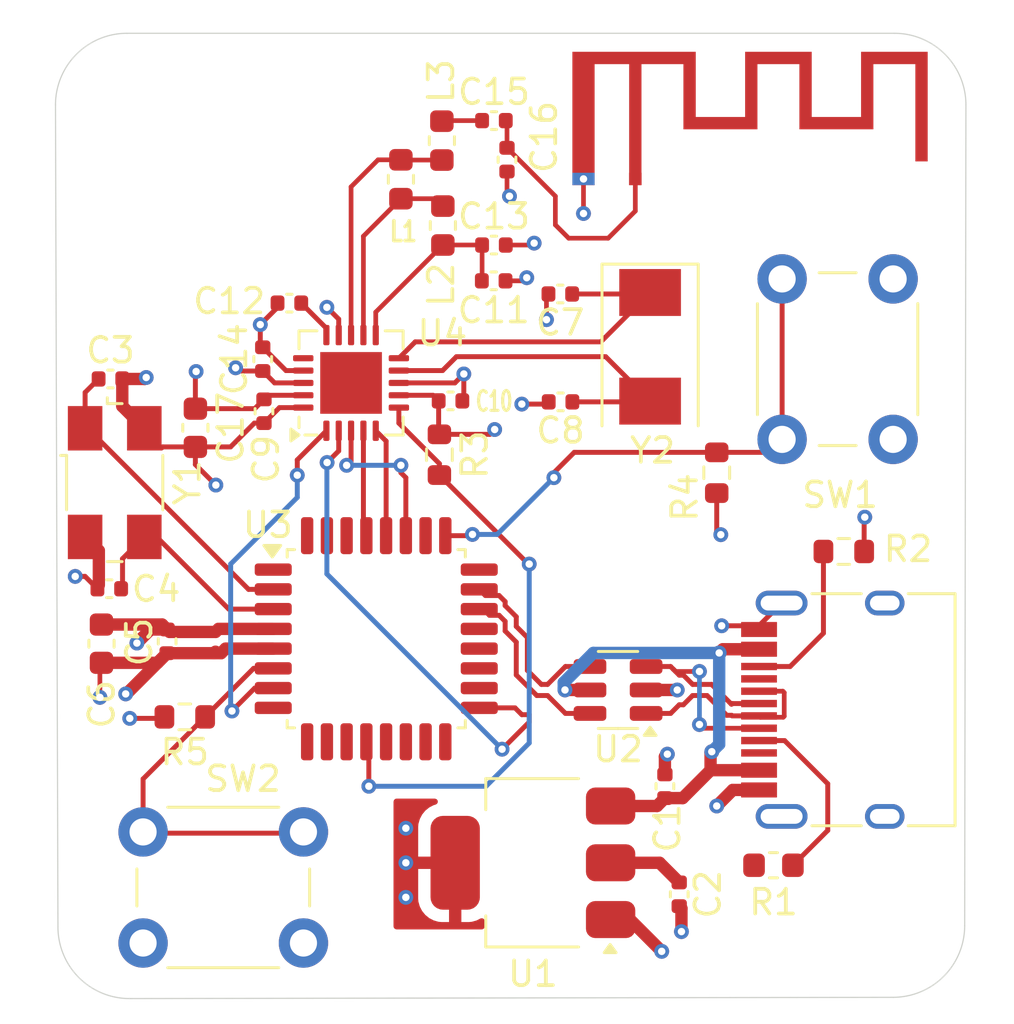
<source format=kicad_pcb>
(kicad_pcb (version 20240108) (generator "pcbnew") (generator_version "8.0")
  (layers (0 "F.Cu" signal) (1 "In1.Cu" signal) (2 "In2.Cu" signal) (31 "B.Cu" signal) (34 "B.Paste" user) (35 "F.Paste" user) (36 "B.SilkS" user "B.Silkscreen") (37 "F.SilkS" user "F.Silkscreen") (38 "B.Mask" user) (39 "F.Mask" user) (44 "Edge.Cuts" user))
  (net 0 "")
  (net 1 "GND")
  (net 2 "/ANT_Conn")
  (net 3 "VBUS")
  (net 4 "+3.3V")
  (net 5 "/VDD_PA")
  (net 6 "/XC1")
  (net 7 "/XC2")
  (net 8 "/CC1")
  (net 9 "/CC2")
  (net 10 "/USB_Conn_D+")
  (net 11 "/ANT2")
  (net 12 "/ANT1")
  (net 13 "/nRF_IRQ")
  (net 14 "/USB_D-")
  (net 15 "/USB_D+")
  (net 16 "/nRF_CE")
  (net 17 "/SPI_SS")
  (net 18 "/SPI_SCK")
  (net 19 "/SPI_MOSI")
  (net 20 "/SPI_MISO")
  (net 21 "/HSE_OUT")
  (net 22 "/HSE_IN")
  (net 23 "/BOOT0")
  (net 24 "/NRST")
  (net 44 "/USB_Conn_D-")
  (net 45 "/to_ANT_Conn")
  (footprint "Package_QFP:LQFP-32_7x7mm_P0.8mm" (layer "F.Cu") (at 130.7 78.225)
    (property "Reference" "U3")
    (property "Value" "STM32G0B0KETx")
  )
  (footprint "Resistor_SMD:R_0603_1608Metric" (layer "F.Cu") (at 144.5 71.5 90)
    (property "Reference" "R4")
    (property "Value" "10k")
  )
  (footprint "MountingHole:MountingHole_2.2mm_M2" (layer "F.Cu") (at 151.4 89.8)
    (property "Reference" "H2" (hide yes))
    (property "Value" "MountingHole")
  )
  (footprint "Capacitor_SMD:C_0402_1005Metric" (layer "F.Cu") (at 126.15 69.01 -90)
    (property "Reference" "C9")
    (property "Value" "1uF")
  )
  (footprint "Capacitor_SMD:C_0402_1005Metric" (layer "F.Cu") (at 135.47 57.2375)
    (property "Reference" "C15")
    (property "Value" "1p5F")
  )
  (footprint "Inductor_SMD:L_0603_1608Metric" (layer "F.Cu") (at 131.7 59.6125 -90)
    (property "Reference" "L1")
    (property "Value" "8n2H")
  )
  (footprint "Package_DFN_QFN:QFN-20-1EP_4x4mm_P0.5mm_EP2.5x2.5mm" (layer "F.Cu") (at 129.68 67.8625 90)
    (property "Reference" "U4")
    (property "Value" "nRF24L01P")
  )
  (footprint "Inductor_SMD:L_0603_1608Metric" (layer "F.Cu") (at 133.36 58.0475 90)
    (property "Reference" "L3")
    (property "Value" "2n2H")
  )
  (footprint "Crystal:Crystal_SMD_0603-4Pin_6.0x3.5mm" (layer "F.Cu") (at 120.1 71.9 -90)
    (property "Reference" "Y1")
    (property "Value" "Crystal_GND24")
  )
  (footprint "Capacitor_SMD:C_0402_1005Metric" (layer "F.Cu") (at 136 58.82 -90)
    (property "Reference" "C16")
    (property "Value" "1n0F")
  )
  (footprint "Capacitor_SMD:C_0402_1005Metric" (layer "F.Cu") (at 135.47 62.2775)
    (property "Reference" "C13")
    (property "Value" "4n2F")
  )
  (footprint "Package_TO_SOT_SMD:SOT-223-3_TabPin2" (layer "F.Cu") (at 137.05 87.3 180)
    (property "Reference" "U1")
    (property "Value" "AMS1117-3.3")
  )
  (footprint "Capacitor_SMD:C_0402_1005Metric" (layer "F.Cu") (at 119.88 76.2 180)
    (property "Reference" "C4")
    (property "Value" "22pF")
  )
  (footprint "Capacitor_SMD:C_0402_1005Metric" (layer "F.Cu") (at 142.4 84.2 90)
    (property "Reference" "C1")
    (property "Value" "10uF")
  )
  (footprint "Capacitor_SMD:C_0402_1005Metric" (layer "F.Cu") (at 135.46 63.7275)
    (property "Reference" "C11")
    (property "Value" "2n2F")
  )
  (footprint "Crystal:Crystal_SMD_0603-2Pin_6.0x3.5mm" (layer "F.Cu") (at 141.8 66.4 -90)
    (property "Reference" "Y2")
    (property "Value" "Crystal")
  )
  (footprint "Capacitor_SMD:C_0402_1005Metric" (layer "F.Cu") (at 142.98 88.5775 -90)
    (property "Reference" "C2")
    (property "Value" "22uF")
  )
  (footprint "Capacitor_SMD:C_0402_1005Metric" (layer "F.Cu") (at 127.18 64.63 180)
    (property "Reference" "C12")
    (property "Value" "1uF")
  )
  (footprint "Capacitor_SMD:C_0402_1005Metric" (layer "F.Cu") (at 126.1 66.9 90)
    (property "Reference" "C14")
    (property "Value" "1uF")
  )
  (footprint "Capacitor_SMD:C_0402_1005Metric" (layer "F.Cu") (at 138.16 64.26 180)
    (property "Reference" "C7")
    (property "Value" "22pF")
  )
  (footprint "Capacitor_SMD:C_0603_1608Metric" (layer "F.Cu") (at 119.565 78.425 -90)
    (property "Reference" "C6")
    (property "Value" "10uf")
  )
  (footprint "Capacitor_SMD:C_0603_1608Metric" (layer "F.Cu") (at 123.37 69.68 -90)
    (property "Reference" "C17")
    (property "Value" "10uF")
  )
  (footprint "MountingHole:MountingHole_2.2mm_M2" (layer "F.Cu") (at 120.6 56.5)
    (property "Reference" "H1" (hide yes))
    (property "Value" "MountingHole")
  )
  (footprint "RF_Antenna:Texas_SWRA117D_2.4GHz_Left" (layer "F.Cu") (at 150.1 59.6)
    (property "Reference" "AE1" (hide yes))
    (property "Value" "Antenna_Loop")
  )
  (footprint "Inductor_SMD:L_0603_1608Metric" (layer "F.Cu") (at 146.8 87.4 180)
    (property "Reference" "R1")
    (property "Value" "10k")
  )
  (footprint "Inductor_SMD:L_0603_1608Metric" (layer "F.Cu") (at 133.4 61.4875 90)
    (property "Reference" "L2")
    (property "Value" "3n9H")
  )
  (footprint "Package_TO_SOT_SMD:SOT-23-6" (layer "F.Cu") (at 140.5 80.3 180)
    (property "Reference" "U2")
    (property "Value" "USBLC6-2SC6")
  )
  (footprint "Button_Switch_THT:SW_PUSH_6mm" (layer "F.Cu") (at 121.25 86.05)
    (property "Reference" "SW2")
    (property "Value" "SW_SPST")
  )
  (footprint "Resistor_SMD:R_0603_1608Metric" (layer "F.Cu") (at 122.94 81.39 180)
    (property "Reference" "R5")
    (property "Value" "10k")
  )
  (footprint "Capacitor_SMD:C_0402_1005Metric" (layer "F.Cu") (at 133.71 68.59)
    (property "Reference" "C10")
    (property "Value" "1uF")
  )
  (footprint "Capacitor_SMD:C_0402_1005Metric" (layer "F.Cu") (at 119.9275 67.7025)
    (property "Reference" "C3")
    (property "Value" "22pF")
  )
  (footprint "Capacitor_SMD:C_0402_1005Metric" (layer "F.Cu") (at 138.17 68.63 180)
    (property "Reference" "C8")
    (property "Value" "22pF")
  )
  (footprint "Resistor_SMD:R_0603_1608Metric" (layer "F.Cu") (at 149.65 74.69)
    (property "Reference" "R2")
    (property "Value" "10k")
  )
  (footprint "Resistor_SMD:R_0603_1608Metric" (layer "F.Cu") (at 133.26 70.77 -90)
    (property "Reference" "R3")
    (property "Value" "10k")
  )
  (footprint "Capacitor_SMD:C_0402_1005Metric" (layer "F.Cu") (at 122.225 78.33 -90)
    (property "Reference" "C5")
    (property "Value" "1uF")
  )
  (footprint "Button_Switch_THT:SW_PUSH_6mm" (layer "F.Cu") (at 147.15 70.15 90)
    (property "Reference" "SW1")
    (property "Value" "SW_SPST")
  )
  (footprint "Connector_USB:USB_C_Receptacle_HRO_TYPE-C-31-M-12" (layer "F.Cu") (at 150.26 81.1 90)
    (property "Reference" "J1" (hide yes))
    (property "Value" "USB_C_Receptacle_USB2.0_14P")
  )
  (gr_line (start 117.8 89.9) (end 117.7 56.6) (stroke (width 0.05)) (layer "Edge.Cuts"))
  (gr_arc (start 117.7 56.6) (mid 118.54939 54.54939) (end 120.6 53.7) (stroke (width 0.05)) (layer "Edge.Cuts"))
  (gr_line (start 120.6 53.7) (end 151.7 53.7) (stroke (width 0.05)) (layer "Edge.Cuts"))
  (gr_line (start 154.6 56.6) (end 154.54939 89.84939) (stroke (width 0.05)) (layer "Edge.Cuts"))
  (gr_arc (start 151.7 53.7) (mid 153.75061 54.54939) (end 154.6 56.6) (stroke (width 0.05)) (layer "Edge.Cuts"))
  (gr_line (start 151.64939 92.74939) (end 120.7 92.8) (stroke (width 0.05)) (layer "Edge.Cuts"))
  (gr_arc (start 120.7 92.8) (mid 118.64939 91.95061) (end 117.8 89.9) (stroke (width 0.05)) (layer "Edge.Cuts"))
  (gr_arc (start 154.54939 89.84939) (mid 153.7 91.9) (end 151.64939 92.74939) (stroke (width 0.05)) (layer "Edge.Cuts"))
  (segment (start 146.215 84.35) (end 145.15 84.35) (width 0.5) (layer "F.Cu") (net 1))
  (segment (start 120.575 80.46) (end 122.225 78.81) (width 0.5) (layer "F.Cu") (net 1))
  (segment (start 137.0225 62.2775) (end 137.1 62.2) (width 0.19) (layer "F.Cu") (net 1))
  (segment (start 133.8875 67.8625) (end 134.25 67.5) (width 0.2) (layer "F.Cu") (net 1))
  (segment (start 124.2 72) (end 123.37 71.17) (width 0.2) (layer "F.Cu") (net 1))
  (segment (start 118.9 75.7) (end 119.4 76.2) (width 0.2) (layer "F.Cu") (net 1))
  (segment (start 134.25 67.5) (end 134.25 68.53) (width 0.2) (layer "F.Cu") (net 1))
  (segment (start 136.6725 63.7275) (end 136.8 63.6) (width 0.19) (layer "F.Cu") (net 1))
  (segment (start 123.37 70.455) (end 122.045 70.455) (width 0.2) (layer "F.Cu") (net 1))
  (segment (start 124.595 78.625) (end 126.525 78.625) (width 0.5) (layer "F.Cu") (net 1))
  (segment (start 142.4 83.72) (end 142.4 83) (width 0.5) (layer "F.Cu") (net 1))
  (segment (start 124.125 78.81) (end 124.185 78.75) (width 0.5) (layer "F.Cu") (net 1))
  (segment (start 136 59.3) (end 136 60.2) (width 0.19) (layer "F.Cu") (net 1))
  (segment (start 140.2 89.6) (end 140.9825 89.6) (width 0.5) (layer "F.Cu") (net 1))
  (segment (start 146.215 77.695) (end 147.13 76.78) (width 0.2) (layer "F.Cu") (net 1))
  (segment (start 126.7 64.8) (end 126 65.5) (width 0.2) (layer "F.Cu") (net 1))
  (segment (start 137.6 68.72) (end 137.69 68.63) (width 0.2) (layer "F.Cu") (net 1))
  (segment (start 137.6 64.34) (end 137.68 64.26) (width 0.19) (layer "F.Cu") (net 1))
  (segment (start 119.4575 74.6575) (end 118.9 74.1) (width 0.5) (layer "F.Cu") (net 1))
  (segment (start 122.225 78.81) (end 124.125 78.81) (width 0.5) (layer "F.Cu") (net 1))
  (segment (start 135.95 62.2775) (end 137.0225 62.2775) (width 0.19) (layer "F.Cu") (net 1))
  (segment (start 136 60.2) (end 136.1 60.3) (width 0.19) (layer "F.Cu") (net 1))
  (segment (start 140.9825 89.6) (end 142.27 90.8875) (width 0.5) (layer "F.Cu") (net 1))
  (segment (start 135.94 63.7275) (end 136.6725 63.7275) (width 0.19) (layer "F.Cu") (net 1))
  (segment (start 120.4075 68.8075) (end 121.3 69.7) (width 0.5) (layer "F.Cu") (net 1))
  (segment (start 144.7 77.7) (end 146.065 77.7) (width 0.2) (layer "F.Cu") (net 1))
  (segment (start 125.76 69.49) (end 124.795 70.455) (width 0.2) (layer "F.Cu") (net 1))
  (segment (start 137.6 65.3) (end 137.6 64.34) (width 0.19) (layer "F.Cu") (net 1))
  (segment (start 127.0425 67.3625) (end 126.1 66.42) (width 0.2) (layer "F.Cu") (net 1))
  (segment (start 126 66.32) (end 126.1 66.42) (width 0.2) (layer "F.Cu") (net 1))
  (segment (start 127.7425 67.3625) (end 127.0425 67.3625) (width 0.2) (layer "F.Cu") (net 1))
  (segment (start 150.475 73.325) (end 150.5 73.3) (width 0.2) (layer "F.Cu") (net 1))
  (segment (start 124.795 70.455) (end 123.37 70.455) (width 0.2) (layer "F.Cu") (net 1))
  (segment (start 131.6175 67.8625) (end 133.8875 67.8625) (width 0.2) (layer "F.Cu") (net 1))
  (segment (start 139.1 61) (end 139.1 59.6) (width 0.19) (layer "F.Cu") (net 1))
  (segment (start 119.5 79.265) (end 119.565 79.2) (width 0.19) (layer "F.Cu") (net 1))
  (segment (start 150.475 74.69) (end 150.475 73.325) (width 0.2) (layer "F.Cu") (net 1))
  (segment (start 145.15 84.35) (end 144.5 85) (width 0.5) (layer "F.Cu") (net 1))
  (segment (start 119.4775 76.0725) (end 119.4575 76.0525) (width 0.19) (layer "F.Cu") (net 1))
  (segment (start 127.7425 68.8625) (end 126.7775 68.8625) (width 0.2) (layer "F.Cu") (net 1))
  (segment (start 120.545 80.46) (end 120.575 80.46) (width 0.5) (layer "F.Cu") (net 1))
  (segment (start 129.18 65.28) (end 128.7 64.8) (width 0.2) (layer "F.Cu") (net 1))
  (segment (start 121.835 79.2) (end 122.225 78.81) (width 0.5) (layer "F.Cu") (net 1))
  (segment (start 126 65.5) (end 126 66.32) (width 0.2) (layer "F.Cu") (net 1))
  (segment (start 120.4075 67.7025) (end 121.3175 67.7025) (width 0.5) (layer "F.Cu") (net 1))
  (segment (start 143.07 90.0875) (end 143.07 89.1475) (width 0.5) (layer "F.Cu") (net 1))
  (segment (start 141.6375 80.3) (end 142.9 80.3) (width 0.5) (layer "F.Cu") (net 1))
  (segment (start 119.565 79.2) (end 121.835 79.2) (width 0.5) (layer "F.Cu") (net 1))
  (segment (start 122.045 70.455) (end 122 70.5) (width 0.2) (layer "F.Cu") (net 1))
  (segment (start 121.3175 67.7025) (end 121.3775 67.6425) (width 0.5) (layer "F.Cu") (net 1))
  (segment (start 142.4 83) (end 142.5 82.9) (width 0.5) (layer "F.Cu") (net 1))
  (segment (start 146.065 77.7) (end 146.215 77.85) (width 0.2) (layer "F.Cu") (net 1))
  (segment (start 144.5 72.325) (end 144.5 73.845) (width 0.2) (layer "F.Cu") (net 1))
  (segment (start 126.7775 68.8625) (end 126.15 69.49) (width 0.2) (layer "F.Cu") (net 1))
  (segment (start 136.6 68.72) (end 137.6 68.72) (width 0.2) (layer "F.Cu") (net 1))
  (segment (start 124.41 78.81) (end 124.595 78.625) (width 0.5) (layer "F.Cu") (net 1))
  (segment (start 126.7 64.63) (end 126.7 64.8) (width 0.2) (layer "F.Cu") (net 1))
  (segment (start 134.25 68.53) (end 134.19 68.59) (width 0.2) (layer "F.Cu") (net 1))
  (segment (start 123.37 71.17) (end 123.37 70.455) (width 0.2) (layer "F.Cu") (net 1))
  (segment (start 126.15 69.49) (end 125.76 69.49) (width 0.2) (layer "F.Cu") (net 1))
  (segment (start 144.5 73.845) (end 144.665 74.01) (width 0.2) (layer "F.Cu") (net 1))
  (segment (start 120.4075 67.7025) (end 120.4075 68.8075) (width 0.5) (layer "F.Cu") (net 1))
  (segment (start 118.5 75.7) (end 118.9 75.7) (width 0.2) (layer "F.Cu") (net 1))
  (segment (start 119.5 80.6) (end 119.5 79.265) (width 0.19) (layer "F.Cu") (net 1))
  (segment (start 143.07 89.1475) (end 142.98 89.0575) (width 0.5) (layer "F.Cu") (net 1))
  (segment (start 129.18 65.925) (end 129.18 65.28) (width 0.2) (layer "F.Cu") (net 1))
  (segment (start 119.4575 76.0525) (end 119.4575 74.6575) (width 0.5) (layer "F.Cu") (net 1))
  (segment (start 124.125 78.81) (end 124.41 78.81) (width 0.5) (layer "F.Cu") (net 1))
  (segment (start 146.215 77.85) (end 146.215 77.695) (width 0.2) (layer "F.Cu") (net 1))
  (via (at 124.2 72) (size 0.6) (drill 0.3) (layers "F.Cu" "B.Cu") (net 1))
  (via (at 121.3775 67.6425) (size 0.6) (drill 0.3) (layers "F.Cu" "B.Cu") (net 1))
  (via (at 136.6 68.72) (size 0.6) (drill 0.3) (layers "F.Cu" "B.Cu") (net 1))
  (via (at 144.665 74.01) (size 0.6) (drill 0.3) (layers "F.Cu" "B.Cu") (net 1))
  (via (at 136.1 60.3) (size 0.6) (drill 0.3) (layers "F.Cu" "B.Cu") (net 1))
  (via (at 142.5 82.9) (size 0.6) (drill 0.3) (layers "F.Cu" "B.Cu") (net 1))
  (via (at 134.25 67.5) (size 0.6) (drill 0.3) (layers "F.Cu" "B.Cu") (net 1))
  (via (at 128.7 64.8) (size 0.6) (drill 0.3) (layers "F.Cu" "B.Cu") (net 1))
  (via (at 142.9 80.3) (size 0.6) (drill 0.3) (layers "F.Cu" "B.Cu") (net 1))
  (via (at 126 65.5) (size 0.6) (drill 0.3) (layers "F.Cu" "B.Cu") (net 1))
  (via (at 144.7 77.7) (size 0.6) (drill 0.3) (layers "F.Cu" "B.Cu") (net 1))
  (via (at 120.545 80.46) (size 0.6) (drill 0.3) (layers "F.Cu" "B.Cu") (net 1))
  (via (at 143.07 90.0875) (size 0.6) (drill 0.3) (layers "F.Cu" "B.Cu") (net 1))
  (via (at 144.5 85) (size 0.6) (drill 0.3) (layers "F.Cu" "B.Cu") (net 1))
  (via (at 137.6 65.3) (size 0.6) (drill 0.3) (layers "F.Cu" "B.Cu") (net 1))
  (via (at 118.5 75.7) (size 0.6) (drill 0.3) (layers "F.Cu" "B.Cu") (net 1))
  (via (at 119.5 80.6) (size 0.6) (drill 0.3) (layers "F.Cu" "B.Cu") (net 1))
  (via (at 150.5 73.3) (size 0.6) (drill 0.3) (layers "F.Cu" "B.Cu") (net 1))
  (via (at 136.8 63.6) (size 0.6) (drill 0.3) (layers "F.Cu" "B.Cu") (net 1))
  (via (at 139.1 61) (size 0.6) (drill 0.3) (layers "F.Cu" "B.Cu") (net 1))
  (via (at 142.27 90.8875) (size 0.6) (drill 0.3) (layers "F.Cu" "B.Cu") (net 1))
  (via (at 137.1 62.2) (size 0.6) (drill 0.3) (layers "F.Cu" "B.Cu") (net 1))
  (segment (start 133.3825 57.2375) (end 133.36 57.26) (width 0.19) (layer "F.Cu") (net 2))
  (segment (start 134.99 57.2375) (end 133.3825 57.2375) (width 0.19) (layer "F.Cu") (net 2))
  (segment (start 144.25 83.55) (end 144.25 82.85) (width 0.5) (layer "F.Cu") (net 3))
  (segment (start 142.08 85) (end 142.4 84.68) (width 0.5) (layer "F.Cu") (net 3))
  (segment (start 142.4 84.68) (end 143.12 84.68) (width 0.5) (layer "F.Cu") (net 3))
  (segment (start 144.75 78.65) (end 144.6 78.8) (width 0.5) (layer "F.Cu") (net 3))
  (segment (start 138.35 80.3) (end 139.3625 80.3) (width 0.5) (layer "F.Cu") (net 3))
  (segment (start 143.12 84.68) (end 144.25 83.55) (width 0.5) (layer "F.Cu") (net 3))
  (segment (start 144.25 82.85) (end 144.3 82.8) (width 0.5) (layer "F.Cu") (net 3))
  (segment (start 146.215 78.65) (end 144.75 78.65) (width 0.5) (layer "F.Cu") (net 3))
  (segment (start 140.2 85) (end 142.08 85) (width 0.5) (layer "F.Cu") (net 3))
  (segment (start 146.215 83.55) (end 144.25 83.55) (width 0.5) (layer "F.Cu") (net 3))
  (via (at 144.6 78.8) (size 0.6) (drill 0.3) (layers "F.Cu" "B.Cu") (net 3))
  (via (at 138.35 80.3) (size 0.6) (drill 0.3) (layers "F.Cu" "B.Cu") (net 3))
  (via (at 144.3 82.8) (size 0.6) (drill 0.3) (layers "F.Cu" "B.Cu") (net 3))
  (segment (start 138.3 80.25) (end 138.35 80.3) (width 0.5) (layer "B.Cu") (net 3))
  (segment (start 144.6 82.5) (end 144.6 78.8) (width 0.5) (layer "B.Cu") (net 3))
  (segment (start 139.5 78.8) (end 138.3 80) (width 0.5) (layer "B.Cu") (net 3))
  (segment (start 144.6 78.8) (end 139.5 78.8) (width 0.5) (layer "B.Cu") (net 3))
  (segment (start 138.3 80) (end 138.3 80.25) (width 0.5) (layer "B.Cu") (net 3))
  (segment (start 144.3 82.8) (end 144.6 82.5) (width 0.5) (layer "B.Cu") (net 3))
  (segment (start 133.23 69.915) (end 133.26 69.945) (width 0.2) (layer "F.Cu") (net 4))
  (segment (start 121 78.4) (end 121.55 77.85) (width 0.5) (layer "F.Cu") (net 4))
  (segment (start 126.3175 68.3625) (end 127.7425 68.3625) (width 0.2) (layer "F.Cu") (net 4))
  (segment (start 123.37 68.905) (end 123.37 67.43) (width 0.2) (layer "F.Cu") (net 4))
  (segment (start 140.2 87.3) (end 142.1825 87.3) (width 0.5) (layer "F.Cu") (net 4))
  (segment (start 123.37 68.905) (end 125.775 68.905) (width 0.2) (layer "F.Cu") (net 4))
  (segment (start 125.775 68.905) (end 126.15 68.53) (width 0.2) (layer "F.Cu") (net 4))
  (segment (start 124.185 77.95) (end 122.325 77.95) (width 0.5) (layer "F.Cu") (net 4))
  (segment (start 131.8825 87.3) (end 131.87 87.2875) (width 0.5) (layer "F.Cu") (net 4))
  (segment (start 133.23 68.59) (end 133.23 69.915) (width 0.2) (layer "F.Cu") (net 4))
  (segment (start 124.185 77.95) (end 124.31 77.825) (width 0.5) (layer "F.Cu") (net 4))
  (segment (start 119.565 77.65) (end 122.025 77.65) (width 0.5) (layer "F.Cu") (net 4))
  (segment (start 128.68 65.65) (end 127.66 64.63) (width 0.2) (layer "F.Cu") (net 4))
  (segment (start 122.025 77.65) (end 122.225 77.85) (width 0.5) (layer "F.Cu") (net 4))
  (segment (start 142.1825 87.3) (end 142.98 88.0975) (width 0.5) (layer "F.Cu") (net 4))
  (segment (start 131.6175 68.3625) (end 133.0025 68.3625) (width 0.2) (layer "F.Cu") (net 4))
  (segment (start 120.71 81.45) (end 122.055 81.45) (width 0.2) (layer "F.Cu") (net 4))
  (segment (start 128.68 65.925) (end 128.68 65.65) (width 0.2) (layer "F.Cu") (net 4))
  (segment (start 126.15 68.53) (end 126.3175 68.3625) (width 0.2) (layer "F.Cu") (net 4))
  (segment (start 123.37 67.43) (end 123.4 67.4) (width 0.2) (layer "F.Cu") (net 4))
  (segment (start 133.0025 68.3625) (end 133.23 68.59) (width 0.2) (layer "F.Cu") (net 4))
  (segment (start 122.325 77.95) (end 122.225 77.85) (width 0.5) (layer "F.Cu") (net 4))
  (segment (start 126.1 67.38) (end 125.13 67.38) (width 0.2) (layer "F.Cu") (net 4))
  (segment (start 133.26 69.945) (end 135.305 69.945) (width 0.2) (layer "F.Cu") (net 4))
  (segment (start 121.55 77.85) (end 122.225 77.85) (width 0.5) (layer "F.Cu") (net 4))
  (segment (start 126.1 67.38) (end 126.5825 67.8625) (width 0.2) (layer "F.Cu") (net 4))
  (segment (start 120.71 81.45) (end 120.71 81.65) (width 0.2) (layer "F.Cu") (net 4))
  (segment (start 135.305 69.945) (end 135.5 69.75) (width 0.2) (layer "F.Cu") (net 4))
  (segment (start 122.055 81.45) (end 122.115 81.39) (width 0.2) (layer "F.Cu") (net 4))
  (segment (start 125.13 67.38) (end 125 67.25) (width 0.2) (layer "F.Cu") (net 4))
  (segment (start 124.31 77.825) (end 126.525 77.825) (width 0.5) (layer "F.Cu") (net 4))
  (segment (start 126.5825 67.8625) (end 127.7425 67.8625) (width 0.2) (layer "F.Cu") (net 4))
  (via (at 131.9 87.3) (size 0.6) (drill 0.3) (layers "F.Cu" "B.Cu") (net 4))
  (via (at 125 67.25) (size 0.6) (drill 0.3) (layers "F.Cu" "B.Cu") (net 4))
  (via (at 121 78.4) (size 0.6) (drill 0.3) (layers "F.Cu" "B.Cu") (net 4))
  (via (at 131.9 85.9) (size 0.6) (drill 0.3) (layers "F.Cu" "B.Cu") (net 4))
  (via (at 131.9 88.7) (size 0.6) (drill 0.3) (layers "F.Cu" "B.Cu") (net 4))
  (via (at 135.5 69.75) (size 0.6) (drill 0.3) (layers "F.Cu" "B.Cu") (net 4))
  (via (at 120.71 81.45) (size 0.6) (drill 0.3) (layers "F.Cu" "B.Cu") (net 4))
  (via (at 123.4 67.4) (size 0.6) (drill 0.3) (layers "F.Cu" "B.Cu") (net 4))
  (segment (start 130.68 64.995) (end 133.4 62.275) (width 0.19) (layer "F.Cu") (net 5))
  (segment (start 134.99 63.7175) (end 134.98 63.7275) (width 0.19) (layer "F.Cu") (net 5))
  (segment (start 134.99 62.2775) (end 134.99 63.7175) (width 0.19) (layer "F.Cu") (net 5))
  (segment (start 134.9875 62.275) (end 134.99 62.2775) (width 0.19) (layer "F.Cu") (net 5))
  (segment (start 133.4 62.275) (end 134.9875 62.275) (width 0.19) (layer "F.Cu") (net 5))
  (segment (start 130.68 65.925) (end 130.68 64.995) (width 0.19) (layer "F.Cu") (net 5))
  (segment (start 138.64 64.26) (end 141.74 64.26) (width 0.2) (layer "F.Cu") (net 6))
  (segment (start 132.28 66.2) (end 139.8 66.2) (width 0.2) (layer "F.Cu") (net 6))
  (segment (start 139.8 66.2) (end 141.8 64.2) (width 0.2) (layer "F.Cu") (net 6))
  (segment (start 141.74 64.26) (end 141.8 64.2) (width 0.2) (layer "F.Cu") (net 6))
  (segment (start 131.6175 66.8625) (end 132.28 66.2) (width 0.2) (layer "F.Cu") (net 6))
  (segment (start 140 66.8) (end 141.8 68.6) (width 0.2) (layer "F.Cu") (net 7))
  (segment (start 133.95 66.8) (end 140 66.8) (width 0.2) (layer "F.Cu") (net 7))
  (segment (start 138.65 68.63) (end 141.77 68.63) (width 0.2) (layer "F.Cu") (net 7))
  (segment (start 131.6175 67.3625) (end 133.3875 67.3625) (width 0.2) (layer "F.Cu") (net 7))
  (segment (start 141.77 68.63) (end 141.8 68.6) (width 0.2) (layer "F.Cu") (net 7))
  (segment (start 133.3875 67.3625) (end 133.95 66.8) (width 0.2) (layer "F.Cu") (net 7))
  (segment (start 149 85.9875) (end 149 84.1) (width 0.2) (layer "F.Cu") (net 8))
  (segment (start 149 84.1) (end 147.25 82.35) (width 0.2) (layer "F.Cu") (net 8))
  (segment (start 147.5875 87.4) (end 149 85.9875) (width 0.2) (layer "F.Cu") (net 8))
  (segment (start 147.25 82.35) (end 146.215 82.35) (width 0.2) (layer "F.Cu") (net 8))
  (segment (start 148.825 74.69) (end 148.825 77.999594) (width 0.2) (layer "F.Cu") (net 9))
  (segment (start 147.474594 79.35) (end 146.215 79.35) (width 0.2) (layer "F.Cu") (net 9))
  (segment (start 148.825 77.999594) (end 147.474594 79.35) (width 0.2) (layer "F.Cu") (net 9))
  (segment (start 143.523529 80.525) (end 143.148529 80.9) (width 0.2) (layer "F.Cu") (net 10))
  (segment (start 147.18 80.35) (end 147.235 80.405) (width 0.19) (layer "F.Cu") (net 10))
  (segment (start 146.215 81.35) (end 145.127499 81.35) (width 0.2) (layer "F.Cu") (net 10))
  (segment (start 147.195 81.405) (end 146.27 81.405) (width 0.19) (layer "F.Cu") (net 10))
  (segment (start 144.9068 81.325) (end 144.1068 80.525) (width 0.2) (layer "F.Cu") (net 10))
  (segment (start 147.235 80.405) (end 147.235 81.365) (width 0.19) (layer "F.Cu") (net 10))
  (segment (start 145.102499 81.325) (end 144.9068 81.325) (width 0.2) (layer "F.Cu") (net 10))
  (segment (start 142.631251 81.25) (end 141.6375 81.25) (width 0.2) (layer "F.Cu") (net 10))
  (segment (start 147.235 81.365) (end 147.195 81.405) (width 0.19) (layer "F.Cu") (net 10))
  (segment (start 142.981251 80.9) (end 142.631251 81.25) (width 0.2) (layer "F.Cu") (net 10))
  (segment (start 146.215 80.35) (end 147.18 80.35) (width 0.19) (layer "F.Cu") (net 10))
  (segment (start 145.127499 81.35) (end 145.102499 81.325) (width 0.2) (layer "F.Cu") (net 10))
  (segment (start 144.1068 80.525) (end 143.523529 80.525) (width 0.2) (layer "F.Cu") (net 10))
  (segment (start 146.27 81.405) (end 146.215 81.35) (width 0.19) (layer "F.Cu") (net 10))
  (segment (start 143.148529 80.9) (end 142.981251 80.9) (width 0.2) (layer "F.Cu") (net 10))
  (segment (start 130.775 58.825) (end 131.7 58.825) (width 0.19) (layer "F.Cu") (net 11))
  (segment (start 129.68 65.925) (end 129.68 59.92) (width 0.19) (layer "F.Cu") (net 11))
  (segment (start 131.71 58.835) (end 131.7 58.825) (width 0.19) (layer "F.Cu") (net 11))
  (segment (start 129.68 59.92) (end 130.775 58.825) (width 0.19) (layer "F.Cu") (net 11))
  (segment (start 133.36 58.835) (end 131.71 58.835) (width 0.19) (layer "F.Cu") (net 11))
  (segment (start 133.1 60.4) (end 133.4 60.7) (width 0.19) (layer "F.Cu") (net 12))
  (segment (start 130.18 61.92) (end 131.7 60.4) (width 0.19) (layer "F.Cu") (net 12))
  (segment (start 131.7 60.4) (end 133.1 60.4) (width 0.19) (layer "F.Cu") (net 12))
  (segment (start 130.18 65.925) (end 130.18 61.92) (width 0.19) (layer "F.Cu") (net 12))
  (segment (start 133.26 71.132648) (end 133.26 71.595) (width 0.2) (layer "F.Cu") (net 13))
  (segment (start 131.6175 68.8625) (end 131.6175 69.490148) (width 0.2) (layer "F.Cu") (net 13))
  (segment (start 131.6175 69.490148) (end 133.26 71.132648) (width 0.2) (layer "F.Cu") (net 13))
  (segment (start 130.4 82.5) (end 130.3 82.4) (width 0.2) (layer "F.Cu") (net 13))
  (segment (start 130.4 84.2) (end 130.4 82.5) (width 0.2) (layer "F.Cu") (net 13))
  (segment (start 136.865 75.2) (end 136.9 75.2) (width 0.2) (layer "F.Cu") (net 13))
  (segment (start 133.26 71.595) (end 136.865 75.2) (width 0.2) (layer "F.Cu") (net 13))
  (via (at 136.9 75.2) (size 0.6) (drill 0.3) (layers "F.Cu" "B.Cu") (net 13))
  (via (at 130.4 84.2) (size 0.6) (drill 0.3) (layers "F.Cu" "B.Cu") (net 13))
  (segment (start 135.148529 84.2) (end 130.4 84.2) (width 0.2) (layer "B.Cu") (net 13))
  (segment (start 136.9 82.448529) (end 135.148529 84.2) (width 0.2) (layer "B.Cu") (net 13))
  (segment (start 136.9 75.2) (end 136.9 82.448529) (width 0.2) (layer "B.Cu") (net 13))
  (segment (start 137.3932 80.075) (end 137.643749 80.075) (width 0.2) (layer "F.Cu") (net 14))
  (segment (start 134.875 76.225) (end 135.125 76.475) (width 0.2) (layer "F.Cu") (net 14))
  (segment (start 137.643749 80.075) (end 138.368749 79.35) (width 0.2) (layer "F.Cu") (net 14))
  (segment (start 135.125 76.475) (end 135.679506 76.475) (width 0.2) (layer "F.Cu") (net 14))
  (segment (start 136.37498 77.72498) (end 136.825 78.175) (width 0.2) (layer "F.Cu") (net 14))
  (segment (start 136.825 79.5068) (end 137.3932 80.075) (width 0.2) (layer "F.Cu") (net 14))
  (segment (start 135.925 76.884126) (end 136.37498 77.334106) (width 0.2) (layer "F.Cu") (net 14))
  (segment (start 138.368749 79.35) (end 139.3625 79.35) (width 0.2) (layer "F.Cu") (net 14))
  (segment (start 136.37498 77.334106) (end 136.37498 77.72498) (width 0.2) (layer "F.Cu") (net 14))
  (segment (start 136.825 78.175) (end 136.825 79.5068) (width 0.2) (layer "F.Cu") (net 14))
  (segment (start 135.925 76.720494) (end 135.925 76.884126) (width 0.2) (layer "F.Cu") (net 14))
  (segment (start 135.679506 76.475) (end 135.925 76.720494) (width 0.2) (layer "F.Cu") (net 14))
  (segment (start 135.038603 77.025) (end 135.288603 77.275) (width 0.2) (layer "F.Cu") (net 15))
  (segment (start 135.925 77.520494) (end 135.925 77.911397) (width 0.2) (layer "F.Cu") (net 15))
  (segment (start 137.643749 80.525) (end 138.368749 81.25) (width 0.2) (layer "F.Cu") (net 15))
  (segment (start 136.375 78.361397) (end 136.375 79.6932) (width 0.2) (layer "F.Cu") (net 15))
  (segment (start 134.875 77.025) (end 135.038603 77.025) (width 0.2) (layer "F.Cu") (net 15))
  (segment (start 136.375 79.6932) (end 137.2068 80.525) (width 0.2) (layer "F.Cu") (net 15))
  (segment (start 135.925 77.911397) (end 136.375 78.361397) (width 0.2) (layer "F.Cu") (net 15))
  (segment (start 135.288603 77.275) (end 135.679506 77.275) (width 0.2) (layer "F.Cu") (net 15))
  (segment (start 138.368749 81.25) (end 139.3625 81.25) (width 0.2) (layer "F.Cu") (net 15))
  (segment (start 137.2068 80.525) (end 137.643749 80.525) (width 0.2) (layer "F.Cu") (net 15))
  (segment (start 135.679506 77.275) (end 135.925 77.520494) (width 0.2) (layer "F.Cu") (net 15))
  (segment (start 124.851765 81.151765) (end 124.851765 81.148236) (width 0.2) (layer "F.Cu") (net 16))
  (segment (start 125.775001 80.225) (end 126.525 80.225) (width 0.2) (layer "F.Cu") (net 16))
  (segment (start 127.5 70.98) (end 127.5 71.6) (width 0.2) (layer "F.Cu") (net 16))
  (segment (start 124.851765 81.148236) (end 125.775001 80.225) (width 0.2) (layer "F.Cu") (net 16))
  (segment (start 128.68 69.8) (end 127.5 70.98) (width 0.2) (layer "F.Cu") (net 16))
  (via (at 127.5 71.6) (size 0.6) (drill 0.3) (layers "F.Cu" "B.Cu") (net 16))
  (via (at 124.851765 81.151765) (size 0.6) (drill 0.3) (layers "F.Cu" "B.Cu") (net 16))
  (segment (start 124.8 81.1) (end 124.8 75.2) (width 0.2) (layer "B.Cu") (net 16))
  (segment (start 124.8 75.2) (end 127.5 72.5) (width 0.2) (layer "B.Cu") (net 16))
  (segment (start 127.5 72.5) (end 127.5 71.6) (width 0.2) (layer "B.Cu") (net 16))
  (segment (start 124.851765 81.151765) (end 124.8 81.1) (width 0.2) (layer "B.Cu") (net 16))
  (segment (start 129.18 70.614901) (end 128.708038 71.086863) (width 0.2) (layer "F.Cu") (net 17))
  (segment (start 129.18 69.8) (end 129.18 70.614901) (width 0.2) (layer "F.Cu") (net 17))
  (segment (start 136.9 81.3) (end 136.6 81.3) (width 0.2) (layer "F.Cu") (net 17))
  (segment (start 135.8 82.7) (end 136.9 81.6) (width 0.2) (layer "F.Cu") (net 17))
  (segment (start 136.325 81.025) (end 134.875 81.025) (width 0.2) (layer "F.Cu") (net 17))
  (segment (start 136.9 81.6) (end 136.9 81.3) (width 0.2) (layer "F.Cu") (net 17))
  (segment (start 136.6 81.3) (end 136.325 81.025) (width 0.2) (layer "F.Cu") (net 17))
  (via (at 128.708038 71.086863) (size 0.6) (drill 0.3) (layers "F.Cu" "B.Cu") (net 17))
  (via (at 135.8 82.7) (size 0.6) (drill 0.3) (layers "F.Cu" "B.Cu") (net 17))
  (segment (start 128.708038 71.086863) (end 128.708038 71.256567) (width 0.2) (layer "B.Cu") (net 17))
  (segment (start 128.7 71.264605) (end 128.7 75.6) (width 0.2) (layer "B.Cu") (net 17))
  (segment (start 128.7 75.6) (end 135.8 82.7) (width 0.2) (layer "B.Cu") (net 17))
  (segment (start 128.708038 71.256567) (end 128.7 71.264605) (width 0.2) (layer "B.Cu") (net 17))
  (segment (start 131.7 71.5) (end 131.9 71.7) (width 0.2) (layer "F.Cu") (net 18))
  (segment (start 131.7 71.2) (end 131.7 71.5) (width 0.2) (layer "F.Cu") (net 18))
  (segment (start 129.68 69.8) (end 129.68 71.02) (width 0.2) (layer "F.Cu") (net 18))
  (segment (start 129.68 71.02) (end 129.5 71.2) (width 0.2) (layer "F.Cu") (net 18))
  (segment (start 131.9 71.7) (end 131.9 74.05) (width 0.2) (layer "F.Cu") (net 18))
  (via (at 129.5 71.2) (size 0.6) (drill 0.3) (layers "F.Cu" "B.Cu") (net 18))
  (via (at 131.7 71.2) (size 0.6) (drill 0.3) (layers "F.Cu" "B.Cu") (net 18))
  (segment (start 129.5 71.2) (end 131.7 71.2) (width 0.2) (layer "B.Cu") (net 18))
  (segment (start 130.18 73.93) (end 130.3 74.05) (width 0.2) (layer "F.Cu") (net 19))
  (segment (start 130.18 69.8) (end 130.18 73.93) (width 0.2) (layer "F.Cu") (net 19))
  (segment (start 131.1 70.22) (end 131.1 74.05) (width 0.2) (layer "F.Cu") (net 20))
  (segment (start 130.68 69.8) (end 131.1 70.22) (width 0.2) (layer "F.Cu") (net 20))
  (segment (start 121.3 74.1) (end 120.4175 74.9825) (width 0.2) (layer "F.Cu") (net 21))
  (segment (start 120.4175 74.9825) (end 120.4175 76.0525) (width 0.2) (layer "F.Cu") (net 21))
  (segment (start 124.725 77.025) (end 126.525 77.025) (width 0.2) (layer "F.Cu") (net 21))
  (segment (start 121.82875 74.12875) (end 124.725 77.025) (width 0.2) (layer "F.Cu") (net 21))
  (segment (start 119 69.7) (end 118.9 69.7) (width 0.2) (layer "F.Cu") (net 22))
  (segment (start 118.9 69.7) (end 118.9 68.25) (width 0.2) (layer "F.Cu") (net 22))
  (segment (start 126.525 76.225) (end 125.525 76.225) (width 0.2) (layer "F.Cu") (net 22))
  (segment (start 118.9 68.25) (end 119.4475 67.7025) (width 0.2) (layer "F.Cu") (net 22))
  (segment (start 125.525 76.225) (end 119 69.7) (width 0.2) (layer "F.Cu") (net 22))
  (segment (start 133.5 74.05) (end 134.55 74.05) (width 0.2) (layer "F.Cu") (net 23))
  (segment (start 138.8 70.675) (end 144.5 70.675) (width 0.2) (layer "F.Cu") (net 23))
  (segment (start 147.15 70.15) (end 147.15 63.65) (width 0.2) (layer "F.Cu") (net 23))
  (segment (start 144.5 70.675) (end 146.625 70.675) (width 0.2) (layer "F.Cu") (net 23))
  (segment (start 137.9 71.7) (end 137.9 71.5) (width 0.2) (layer "F.Cu") (net 23))
  (segment (start 146.625 70.675) (end 147.15 70.15) (width 0.2) (layer "F.Cu") (net 23))
  (segment (start 137.9 71.5) (end 138.725 70.675) (width 0.2) (layer "F.Cu") (net 23))
  (segment (start 134.55 74.05) (end 134.6 74) (width 0.2) (layer "F.Cu") (net 23))
  (segment (start 138.725 70.675) (end 138.8 70.675) (width 0.2) (layer "F.Cu") (net 23))
  (via (at 134.6 74) (size 0.6) (drill 0.3) (layers "F.Cu" "B.Cu") (net 23))
  (via (at 137.9 71.7) (size 0.6) (drill 0.3) (layers "F.Cu" "B.Cu") (net 23))
  (segment (start 134.6 74) (end 135.6 74) (width 0.2) (layer "B.Cu") (net 23))
  (segment (start 135.6 74) (end 137.9 71.7) (width 0.2) (layer "B.Cu") (net 23))
  (segment (start 125.73 79.425) (end 126.525 79.425) (width 0.2) (layer "F.Cu") (net 24))
  (segment (start 123.765 81.39) (end 125.73 79.425) (width 0.2) (layer "F.Cu") (net 24))
  (segment (start 121.15 86.1) (end 127.65 86.1) (width 0.2) (layer "F.Cu") (net 24))
  (segment (start 123.765 81.39) (end 121.25 83.905) (width 0.2) (layer "F.Cu") (net 24))
  (segment (start 121.25 83.905) (end 121.25 86.05) (width 0.2) (layer "F.Cu") (net 24))
  (segment (start 143.148529 79.7) (end 142.981251 79.7) (width 0.2) (layer "F.Cu") (net 44))
  (segment (start 145.127499 80.85) (end 145.102499 80.875) (width 0.2) (layer "F.Cu") (net 44))
  (segment (start 145.0932 80.875) (end 144.2932 80.075) (width 0.2) (layer "F.Cu") (net 44))
  (segment (start 144.2932 80.075) (end 143.523529 80.075) (width 0.2) (layer "F.Cu") (net 44))
  (segment (start 146.215 81.85) (end 143.95 81.85) (width 0.19) (layer "F.Cu") (net 44))
  (segment (start 143.95 81.85) (end 143.8 81.7) (width 0.19) (layer "F.Cu") (net 44))
  (segment (start 145.102499 80.875) (end 145.0932 80.875) (width 0.2) (layer "F.Cu") (net 44))
  (segment (start 142.740625 79.459375) (end 142.631251 79.35) (width 0.2) (layer "F.Cu") (net 44))
  (segment (start 143.523529 80.075) (end 143.148529 79.7) (width 0.2) (layer "F.Cu") (net 44))
  (segment (start 143.8 79.55) (end 142.83125 79.55) (width 0.19) (layer "F.Cu") (net 44))
  (segment (start 146.215 80.85) (end 145.127499 80.85) (width 0.2) (layer "F.Cu") (net 44))
  (segment (start 142.83125 79.55) (end 142.740625 79.459375) (width 0.19) (layer "F.Cu") (net 44))
  (segment (start 142.631251 79.35) (end 141.6375 79.35) (width 0.2) (layer "F.Cu") (net 44))
  (segment (start 142.981251 79.7) (end 142.740625 79.459375) (width 0.2) (layer "F.Cu") (net 44))
  (via (at 143.8 79.55) (size 0.6) (drill 0.3) (layers "F.Cu" "B.Cu") (net 44))
  (via (at 143.8 81.7) (size 0.6) (drill 0.3) (layers "F.Cu" "B.Cu") (net 44))
  (segment (start 143.8 81.7) (end 143.8 79.55) (width 0.19) (layer "B.Cu") (net 44))
  (segment (start 137.96 61.46) (end 138.5 62) (width 0.19) (layer "F.Cu") (net 45))
  (segment (start 140.1 62) (end 141.2 60.9) (width 0.19) (layer "F.Cu") (net 45))
  (segment (start 136 58.34) (end 136 57.2875) (width 0.19) (layer "F.Cu") (net 45))
  (segment (start 138.5 62) (end 140.1 62) (width 0.19) (layer "F.Cu") (net 45))
  (segment (start 136 57.2875) (end 135.95 57.2375) (width 0.19) (layer "F.Cu") (net 45))
  (segment (start 137.96 60.3) (end 137.96 61.46) (width 0.19) (layer "F.Cu") (net 45))
  (segment (start 136 58.34) (end 137.96 60.3) (width 0.19) (layer "F.Cu") (net 45))
  (segment (start 141.2 60.9) (end 141.2 59.6) (width 0.19) (layer "F.Cu") (net 45))
  (zone (net 4) (net_name "+3.3V") (layer "F.Cu") (priority 2) (connect_pads (clearance 0.15)) (min_thickness 0.25) (fill yes (thermal_gap 0.5) (thermal_bridge_width 0.5))
    (polygon (pts (xy 131.4 84.7) (xy 131.4 90) (xy 135.1 90) (xy 135.1 84.7)))
  )
)
</source>
